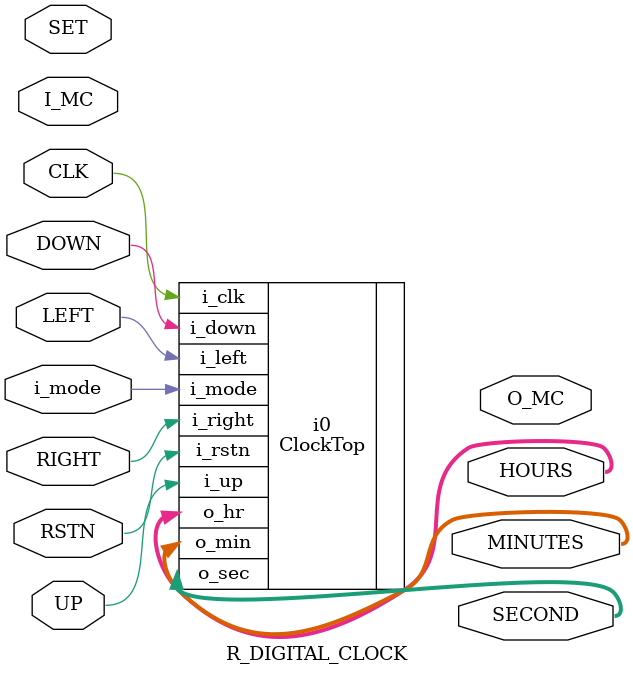
<source format=v>
module R_DIGITAL_CLOCK(/*AUTOARG*/
   // Outputs
   SECOND, MINUTES, HOURS, O_MC,
   // Inputs
   CLK, RSTN, SET, UP, DOWN, LEFT, RIGHT, I_MC, i_mode
   );
   input CLK;
   input RSTN;
   input SET;
   input UP;
   input DOWN;
   input LEFT;
   input RIGHT;
   input [7:0] I_MC;
   input i_mode;

   output [5:0] SECOND;
   output [5:0] MINUTES;
   output [4:0] HOURS;
   output [9:0] O_MC; 




   ClockTop i0(
	       // Outputs
	       .o_sec			(SECOND[5:0]),
	       .o_min			(MINUTES[5:0]),
	       .o_hr			(HOURS[4:0]),
	       // Inputs
	       .i_clk			(CLK),
	       .i_rstn			(RSTN),
	       .i_up			(UP),
	       .i_down			(DOWN),
	       .i_left			(LEFT),
	       .i_right			(RIGHT),
	       .i_mode			(i_mode));
   

   

endmodule // Top

</source>
